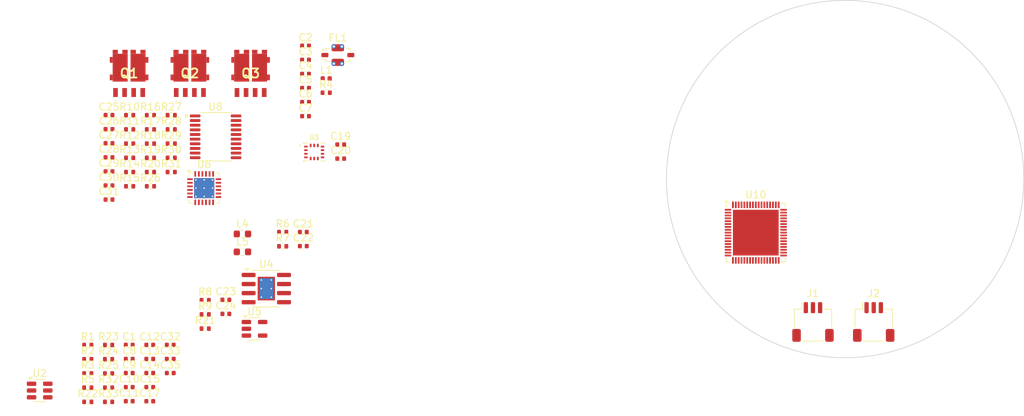
<source format=kicad_pcb>
(kicad_pcb (version 20241229) (generator "pcbnew") (generator_version "9.0")
  (layers (0 "F.Cu" signal) (2 "B.Cu" signal) (13 "F.Paste" user) (15 "B.Paste" user) (5 "F.SilkS" user "F.Silkscreen") (7 "B.SilkS" user "B.Silkscreen") (1 "F.Mask" user) (3 "B.Mask" user) (25 "Edge.Cuts" user))
  (net 0 "")
  (net 1 "/MCU/~{RST}")
  (net 2 "GND")
  (net 3 "/RF/RF")
  (net 4 "Net-(FL1-IN)")
  (net 5 "Net-(C4-Pad1)")
  (net 6 "Net-(FL1-OUT)")
  (net 7 "Net-(AE1-A)")
  (net 8 "+BATT")
  (net 9 "+3V3")
  (net 10 "Net-(D1-A)")
  (net 11 "-BATT")
  (net 12 "Net-(BT1-+)")
  (net 13 "Net-(U5-EN)")
  (net 14 "/Motor/A")
  (net 15 "Net-(U6-BOOT1)")
  (net 16 "/Motor/SHS3")
  (net 17 "Net-(U6-BOOT3)")
  (net 18 "Net-(U6-BOOT2)")
  (net 19 "/Motor/SHS2")
  (net 20 "VS")
  (net 21 "Net-(U6-CP)")
  (net 22 "Net-(U10-VFBSMPS)")
  (net 23 "Net-(U10-VDDA)")
  (net 24 "/MCU/SWDCLK")
  (net 25 "/MCU/SWDIO")
  (net 26 "/MCU/UART_TX")
  (net 27 "/MCU/UART_RX")
  (net 28 "Net-(U10-VLXSMPS)")
  (net 29 "Net-(Q1B-G)")
  (net 30 "Net-(Q1A-G)")
  (net 31 "Net-(Q1B-S)")
  (net 32 "Net-(Q2B-G)")
  (net 33 "Net-(Q2B-S)")
  (net 34 "Net-(Q2A-G)")
  (net 35 "Net-(Q3B-S)")
  (net 36 "Net-(Q3B-G)")
  (net 37 "Net-(Q3A-G)")
  (net 38 "Net-(U10-PA1)")
  (net 39 "+2V5")
  (net 40 "VBUS")
  (net 41 "Net-(J3-CC1)")
  (net 42 "/MCU/BOOT0")
  (net 43 "Net-(U4-PROG)")
  (net 44 "Net-(D2-K)")
  (net 45 "Net-(U4-~{CHRG})")
  (net 46 "Net-(D1-K)")
  (net 47 "Net-(U4-~{STDBY})")
  (net 48 "/Motor/GLS1")
  (net 49 "Net-(U6-SCREF)")
  (net 50 "/Motor/SNS2_P")
  (net 51 "/Motor/SNS3_P")
  (net 52 "/Motor/SNS1_P")
  (net 53 "/Motor/~{FAULT}")
  (net 54 "/Motor/GHS1")
  (net 55 "Net-(U7-+)")
  (net 56 "VDDA")
  (net 57 "Net-(U10-PA0)")
  (net 58 "Net-(U10-PA13)")
  (net 59 "Net-(U10-PA14)")
  (net 60 "Net-(U10-PA2)")
  (net 61 "Net-(U10-PA3)")
  (net 62 "/MCU/MCU_D+")
  (net 63 "Net-(J3-D+-PadA6)")
  (net 64 "Net-(J3-D--PadA7)")
  (net 65 "/MCU/MCU_D-")
  (net 68 "/IMU/CS")
  (net 70 "/IMU/SCK")
  (net 72 "/IMU/MOSI")
  (net 73 "/IMU/MISO")
  (net 74 "/IMU/INT2")
  (net 75 "/IMU/INT1")
  (net 76 "Net-(U4-TEMP)")
  (net 78 "/Motor/TIM1_CH2N")
  (net 79 "/Motor/TIM1_CH1")
  (net 80 "/Motor/TIM1_CH3N")
  (net 81 "/Motor/GLS2")
  (net 82 "/Motor/TIM1_CH3")
  (net 83 "/Motor/GHS3")
  (net 84 "/Motor/TIM1_CH2")
  (net 85 "/Motor/GHS2")
  (net 86 "/Motor/GLS3")
  (net 87 "/Motor/TIM1_CH1N")
  (net 88 "/Battery/CURRENT_SENSE_SYSTEM")
  (net 89 "/Motor/SENSE_1")
  (net 90 "/Motor/VREF")
  (net 91 "/MCU/RF")
  (net 92 "/MCU/CURRENT_SENSE_MOTOR_3")
  (net 94 "/MCU/TIM1_CH1N")
  (net 96 "/MCU/CURRENT_SENSE_SYSTEM")
  (net 104 "/MCU/OSC_OUT")
  (net 107 "/MCU/TIM1_CH3")
  (net 109 "/MCU/IMU_MOSI")
  (net 111 "/MCU/CURRENT_SENSE_MOTOR_2")
  (net 114 "/MCU/OSC_IN")
  (net 115 "/MCU/TIM1_CH2")
  (net 118 "/MCU/TIM1_CH1")
  (net 121 "/MCU/IMU_SCK")
  (net 126 "/MCU/TIM1_CH2N")
  (net 129 "/MCU/CURRENT_SENSE_MOTOR_1")
  (net 130 "/MCU/IMU_CS")
  (net 132 "/MCU/TIM1_CH3N")
  (net 134 "/MCU/IMU_MISO")
  (footprint "Capacitor_SMD:C_0402_1005Metric" (layer "F.Cu") (at 55.57 125.18)
    (property "Reference" "C33" (at 0 -1.16 0) (layer "F.SilkS"))
    (property "Value" "100nF")
    (pad "1" smd roundrect (at -0.48 0) (size 0.56 0.62) (layers "F.Cu" "F.Mask" "F.Paste") (net 2 "GND"))
    (pad "2" smd roundrect (at 0.48 0) (size 0.56 0.62) (layers "F.Cu" "F.Mask" "F.Paste") (net 9 "+3V3"))
  )
  (footprint "Package_TO_SOT_SMD:SOT-23-5" (layer "F.Cu") (at 67.36 120.955)
    (property "Reference" "U5" (at 0 -2.4 0) (layer "F.SilkS"))
    (property "Value" "AP2112K-3.3")
    (pad "1" smd roundrect (at -1.1375 -0.95) (size 1.325 0.6) (layers "F.Cu" "F.Mask" "F.Paste") (net 13 "Net-(U5-EN)"))
    (pad "2" smd roundrect (at -1.1375 0) (size 1.325 0.6) (layers "F.Cu" "F.Mask" "F.Paste") (net 2 "GND"))
    (pad "3" smd roundrect (at -1.1375 0.95) (size 1.325 0.6) (layers "F.Cu" "F.Mask" "F.Paste") (net 13 "Net-(U5-EN)"))
    (pad "4" smd roundrect (at 1.1375 0.95) (size 1.325 0.6) (layers "F.Cu" "F.Mask" "F.Paste"))
    (pad "5" smd roundrect (at 1.1375 -0.95) (size 1.325 0.6) (layers "F.Cu" "F.Mask" "F.Paste") (net 9 "+3V3"))
  )
  (footprint "Capacitor_SMD:C_0402_1005Metric" (layer "F.Cu") (at 63.35 118.87)
    (property "Reference" "C24" (at 0 -1.16 0) (layer "F.SilkS"))
    (property "Value" "1uF")
    (pad "1" smd roundrect (at -0.48 0) (size 0.56 0.62) (layers "F.Cu" "F.Mask" "F.Paste") (net 9 "+3V3"))
    (pad "2" smd roundrect (at 0.48 0) (size 0.56 0.62) (layers "F.Cu" "F.Mask" "F.Paste") (net 2 "GND"))
  )
  (footprint "Capacitor_SMD:C_0402_1005Metric" (layer "F.Cu") (at 74.4975 91.205)
    (property "Reference" "C7" (at 0 -1.16 0) (layer "F.SilkS"))
    (property "Value" "~")
    (pad "1" smd roundrect (at -0.48 0) (size 0.56 0.62) (layers "F.Cu" "F.Mask" "F.Paste") (net 5 "Net-(C4-Pad1)"))
    (pad "2" smd roundrect (at 0.48 0) (size 0.56 0.62) (layers "F.Cu" "F.Mask" "F.Paste") (net 2 "GND"))
  )
  (footprint "Resistor_SMD:R_0402_1005Metric" (layer "F.Cu") (at 52.7975 97.035)
    (property "Reference" "R19" (at 0 -1.17 0) (layer "F.SilkS"))
    (property "Value" "12.5mΩ")
    (pad "1" smd roundrect (at -0.51 0) (size 0.54 0.64) (layers "F.Cu" "F.Mask" "F.Paste") (net 2 "GND"))
    (pad "2" smd roundrect (at 0.51 0) (size 0.54 0.64) (layers "F.Cu" "F.Mask" "F.Paste") (net 33 "Net-(Q2B-S)"))
  )
  (footprint "Resistor_SMD:R_0402_1005Metric" (layer "F.Cu") (at 55.7075 91.065)
    (property "Reference" "R27" (at 0 -1.17 0) (layer "F.SilkS"))
    (property "Value" "27Ω")
    (pad "1" smd roundrect (at -0.51 0) (size 0.54 0.64) (layers "F.Cu" "F.Mask" "F.Paste") (net 48 "/Motor/GLS1"))
    (pad "2" smd roundrect (at 0.51 0) (size 0.54 0.64) (layers "F.Cu" "F.Mask" "F.Paste") (net 29 "Net-(Q1B-G)"))
  )
  (footprint "Connector_JST:JST_SH_SM03B-SRSS-TB_1x03-1MP_P1.00mm_Horizontal" (layer "F.Cu") (at 154 120)
    (property "Reference" "J2" (at 0 -3.98 0) (layer "F.SilkS"))
    (property "Value" "UART")
    (pad "1" smd roundrect (at -1 -2) (size 0.6 1.55) (layers "F.Cu" "F.Mask" "F.Paste") (net 27 "/MCU/UART_RX"))
    (pad "2" smd roundrect (at 0 -2) (size 0.6 1.55) (layers "F.Cu" "F.Mask" "F.Paste") (net 2 "GND"))
    (pad "3" smd roundrect (at 1 -2) (size 0.6 1.55) (layers "F.Cu" "F.Mask" "F.Paste") (net 26 "/MCU/UART_TX"))
    (pad "MP" smd roundrect (at -2.3 1.875) (size 1.2 1.8) (layers "F.Cu" "F.Mask" "F.Paste") (roundrect_rratio 0.208333))
    (pad "MP" smd roundrect (at 2.3 1.875) (size 1.2 1.8) (layers "F.Cu" "F.Mask" "F.Paste") (roundrect_rratio 0.208333))
  )
  (footprint "Resistor_SMD:R_0402_1005Metric" (layer "F.Cu") (at 71.2975 107.425)
    (property "Reference" "R6" (at 0 -1.17 0) (layer "F.SilkS"))
    (property "Value" "2.2kΩ")
    (pad "1" smd roundrect (at -0.51 0) (size 0.54 0.64) (layers "F.Cu" "F.Mask" "F.Paste") (net 2 "GND"))
    (pad "2" smd roundrect (at 0.51 0) (size 0.54 0.64) (layers "F.Cu" "F.Mask" "F.Paste") (net 43 "Net-(U4-PROG)"))
  )
  (footprint "Capacitor_SMD:C_0402_1005Metric" (layer "F.Cu") (at 52.7 127.15)
    (property "Reference" "C14" (at 0 -1.16 0) (layer "F.SilkS"))
    (property "Value" "100nF")
    (pad "1" smd roundrect (at -0.48 0) (size 0.56 0.62) (layers "F.Cu" "F.Mask" "F.Paste") (net 9 "+3V3"))
    (pad "2" smd roundrect (at 0.48 0) (size 0.56 0.62) (layers "F.Cu" "F.Mask" "F.Paste") (net 2 "GND"))
  )
  (footprint "Capacitor_SMD:C_0402_1005Metric" (layer "F.Cu") (at 74.4975 87.265)
    (property "Reference" "C5" (at 0 -1.16 0) (layer "F.SilkS"))
    (property "Value" "0.2pF")
    (pad "1" smd roundrect (at -0.48 0) (size 0.56 0.62) (layers "F.Cu" "F.Mask" "F.Paste") (net 7 "Net-(AE1-A)"))
    (pad "2" smd roundrect (at 0.48 0) (size 0.56 0.62) (layers "F.Cu" "F.Mask" "F.Paste") (net 2 "GND"))
  )
  (footprint "Resistor_SMD:R_0402_1005Metric" (layer "F.Cu") (at 52.7975 93.055)
    (property "Reference" "R17" (at 0 -1.17 0) (layer "F.SilkS"))
    (property "Value" "27Ω")
    (pad "1" smd roundrect (at -0.51 0) (size 0.54 0.64) (layers "F.Cu" "F.Mask" "F.Paste") (net 54 "/Motor/GHS1"))
    (pad "2" smd roundrect (at 0.51 0) (size 0.54 0.64) (layers "F.Cu" "F.Mask" "F.Paste") (net 34 "Net-(Q2A-G)"))
  )
  (footprint "Resistor_SMD:R_0402_1005Metric" (layer "F.Cu") (at 44.03 127.2)
    (property "Reference" "R3" (at 0 -1.17 0) (layer "F.SilkS"))
    (property "Value" "56kΩ")
    (pad "1" smd roundrect (at -0.51 0) (size 0.54 0.64) (layers "F.Cu" "F.Mask" "F.Paste") (net 41 "Net-(J3-CC1)"))
    (pad "2" smd roundrect (at 0.51 0) (size 0.54 0.64) (layers "F.Cu" "F.Mask" "F.Paste") (net 40 "VBUS"))
  )
  (footprint "Package_SO:TSSOP-20_4.4x6.5mm_P0.65mm" (layer "F.Cu") (at 61.9125 94.095)
    (property "Reference" "U8" (at 0 -4.2 0) (layer "F.SilkS"))
    (property "Value" "INA4181A1")
    (pad "1" smd roundrect (at -2.8625 -2.925) (size 1.475 0.4) (layers "F.Cu" "F.Mask" "F.Paste") (net 90 "/Motor/VREF"))
    (pad "2" smd roundrect (at -2.8625 -2.275) (size 1.475 0.4) (layers "F.Cu" "F.Mask" "F.Paste") (net 89 "/Motor/SENSE_1"))
    (pad "3" smd roundrect (at -2.8625 -1.625) (size 1.475 0.4) (layers "F.Cu" "F.Mask" "F.Paste") (net 2 "GND"))
    (pad "4" smd roundrect (at -2.8625 -0.975) (size 1.475 0.4) (layers "F.Cu" "F.Mask" "F.Paste") (net 33 "Net-(Q2B-S)"))
    (pad "5" smd roundrect (at -2.8625 -0.325) (size 1.475 0.4) (layers "F.Cu" "F.Mask" "F.Paste") (net 9 "+3V3"))
    (pad "6" smd roundrect (at -2.8625 0.325) (size 1.475 0.4) (layers "F.Cu" "F.Mask" "F.Paste") (net 31 "Net-(Q1B-S)"))
    (pad "7" smd roundrect (at -2.8625 0.975) (size 1.475 0.4) (layers "F.Cu" "F.Mask" "F.Paste") (net 2 "GND"))
    (pad "8" smd roundrect (at -2.8625 1.625) (size 1.475 0.4) (layers "F.Cu" "F.Mask" "F.Paste") (net 89 "/Motor/SENSE_1"))
    (pad "9" smd roundrect (at -2.8625 2.275) (size 1.475 0.4) (layers "F.Cu" "F.Mask" "F.Paste") (net 90 "/Motor/VREF"))
    (pad "10" smd roundrect (at -2.8625 2.925) (size 1.475 0.4) (layers "F.Cu" "F.Mask" "F.Paste"))
    (pad "11" smd roundrect (at 2.8625 2.925) (size 1.475 0.4) (layers "F.Cu" "F.Mask" "F.Paste"))
    (pad "12" smd roundrect (at 2.8625 2.275) (size 1.475 0.4) (layers "F.Cu" "F.Mask" "F.Paste") (net 90 "/Motor/VREF"))
    (pad "13" smd roundrect (at 2.8625 1.625) (size 1.475 0.4) (layers "F.Cu" "F.Mask" "F.Paste") (net 89 "/Motor/SENSE_1"))
    (pad "14" smd roundrect (at 2.8625 0.975) (size 1.475 0.4) (layers "F.Cu" "F.Mask" "F.Paste") (net 2 "GND"))
    (pad "15" smd roundrect (at 2.8625 0.325) (size 1.475 0.4) (layers "F.Cu" "F.Mask" "F.Paste") (net 35 "Net-(Q3B-S)"))
    (pad "16" smd roundrect (at 2.8625 -0.325) (size 1.475 0.4) (layers "F.Cu" "F.Mask" "F.Paste") (net 2 "GND"))
    (pad "17" smd roundrect (at 2.8625 -0.975) (size 1.475 0.4) (layers "F.Cu" "F.Mask" "F.Paste") (net 13 "Net-(U5-EN)"))
    (pad "18" smd roundrect (at 2.8625 -1.625) (size 1.475 0.4) (layers "F.Cu" "F.Mask" "F.Paste") (net 8 "+BATT"))
    (pad "19" smd roundrect (at 2.8625 -2.275) (size 1.475 0.4) (layers "F.Cu" "F.Mask" "F.Paste") (net 88 "/Battery/CURRENT_SENSE_SYSTEM"))
    (pad "20" smd roundrect (at 2.8625 -2.925) (size 1.475 0.4) (layers "F.Cu" "F.Mask" "F.Paste") (net 39 "+2V5"))
  )
  (footprint "Capacitor_SMD:C_0402_1005Metric" (layer "F.Cu") (at 79.4175 95.175)
    (property "Reference" "C19" (at 0 -1.16 0) (layer "F.SilkS"))
    (property "Value" "100nF")
    (pad "1" smd roundrect (at -0.48 0) (size 0.56 0.62) (layers "F.Cu" "F.Mask" "F.Paste") (net 9 "+3V3"))
    (pad "2" smd roundrect (at 0.48 0) (size 0.56 0.62) (layers "F.Cu" "F.Mask" "F.Paste") (net 2 "GND"))
  )
  (footprint "Capacitor_SMD:C_0402_1005Metric" (layer "F.Cu") (at 49.83 131.09)
    (property "Reference" "C11" (at 0 -1.16 0) (layer "F.SilkS"))
    (property "Value" "100nF")
    (pad "1" smd roundrect (at -0.48 0) (size 0.56 0.62) (layers "F.Cu" "F.Mask" "F.Paste") (net 9 "+3V3"))
    (pad "2" smd roundrect (at 0.48 0) (size 0.56 0.62) (layers "F.Cu" "F.Mask" "F.Paste") (net 2 "GND"))
  )
  (footprint "Resistor_SMD:R_0402_1005Metric" (layer "F.Cu") (at 55.7075 95.045)
    (property "Reference" "R29" (at 0 -1.17 0) (layer "F.SilkS"))
    (property "Value" "27Ω")
    (pad "1" smd roundrect (at -0.51 0) (size 0.54 0.64) (layers "F.Cu" "F.Mask" "F.Paste") (net 54 "/Motor/GHS1"))
    (pad "2" smd roundrect (at 0.51 0) (size 0.54 0.64) (layers "F.Cu" "F.Mask" "F.Paste") (net 37 "Net-(Q3A-G)"))
  )
  (footprint "Filter:Filter_Mini-Circuits_FV1206-4" (layer "F.Cu") (at 79.0175 82.655)
    (property "Reference" "FL1" (at 0 -2.4 0) (layer "F.SilkS"))
    (property "Value" "BFCN-2450")
    (pad "1" smd roundrect (at -1.815 0) (size 0.99 0.61) (layers "F.Cu" "F.Mask" "F.Paste") (net 4 "Net-(FL1-IN)"))
    (pad "2" thru_hole circle (at -0.56 1.195) (size 0.63 0.63) (drill 0.3) (layers "*.Cu" "*.Mask") (net 2 "GND"))
    (pad "2" smd roundrect (at 0 1.015) (size 1.75 0.99) (layers "F.Cu" "F.Mask" "F.Paste") (net 2 "GND"))
    (pad "2" thru_hole circle (at 0.56 1.195) (size 0.63 0.63) (drill 0.3) (layers "*.Cu" "*.Mask") (net 2 "GND"))
    (pad "3" smd roundrect (at 1.815 0) (size 0.99 0.61) (layers "F.Cu" "F.Mask" "F.Paste") (net 6 "Net-(FL1-OUT)"))
    (pad "4" thru_hole circle (at -0.56 -1.195) (size 0.63 0.63) (drill 0.3) (layers "*.Cu" "*.Mask") (net 2 "GND"))
    (pad "4" smd roundrect (at 0 -1.015) (size 1.75 0.99) (layers "F.Cu" "F.Mask" "F.Paste") (net 2 "GND"))
    (pad "4" thru_hole circle (at 0.56 -1.195) (size 0.63 0.63) (drill 0.3) (layers "*.Cu" "*.Mask") (net 2 "GND"))
  )
  (footprint "Capacitor_SMD:C_0402_1005Metric" (layer "F.Cu") (at 46.9975 94.995)
    (property "Reference" "C27" (at 0 -1.16 0) (layer "F.SilkS"))
    (property "Value" "100nF")
    (pad "1" smd roundrect (at -0.48 0) (size 0.56 0.62) (layers "F.Cu" "F.Mask" "F.Paste") (net 18 "Net-(U6-BOOT2)"))
    (pad "2" smd roundrect (at 0.48 0) (size 0.56 0.62) (layers "F.Cu" "F.Mask" "F.Paste") (net 19 "/Motor/SHS2"))
  )
  (footprint "Capacitor_SMD:C_0402_1005Metric" (layer "F.Cu") (at 55.57 127.15)
    (property "Reference" "C35" (at 0 -1.16 0) (layer "F.SilkS"))
    (property "Value" "100nF")
    (pad "1" smd roundrect (at -0.48 0) (size 0.56 0.62) (layers "F.Cu" "F.Mask" "F.Paste") (net 23 "Net-(U10-VDDA)"))
    (pad "2" smd roundrect (at 0.48 0) (size 0.56 0.62) (layers "F.Cu" "F.Mask" "F.Paste") (net 2 "GND"))
  )
  (footprint "Resistor_SMD:R_0402_1005Metric" (layer "F.Cu") (at 46.94 125.21)
    (property "Reference" "R24" (at 0 -1.17 0) (layer "F.SilkS"))
    (property "Value" "100Ω")
    (pad "1" smd roundrect (at -0.51 0) (size 0.54 0.64) (layers "F.Cu" "F.Mask" "F.Paste") (net 59 "Net-(U10-PA14)"))
    (pad "2" smd roundrect (at 0.51 0) (size 0.54 0.64) (layers "F.Cu" "F.Mask" "F.Paste") (net 24 "/MCU/SWDCLK"))
  )
  (footprint "Resistor_SMD:R_0402_1005Metric" (layer "F.Cu") (at 60.46 120.93)
    (property "Reference" "R21" (at 0 -1.17 0) (layer "F.SilkS"))
    (property "Value" "125mΩ")
    (pad "1" smd roundrect (at -0.51 0) (size 0.54 0.64) (layers "F.Cu" "F.Mask" "F.Paste") (net 13 "Net-(U5-EN)"))
    (pad "2" smd roundrect (at 0.51 0) (size 0.54 0.64) (layers "F.Cu" "F.Mask" "F.Paste") (net 8 "+BATT"))
  )
  (footprint "Resistor_SMD:R_0402_1005Metric" (layer "F.Cu") (at 49.8875 99.025)
    (property "Reference" "R14" (at 0 -1.17 0) (layer "F.SilkS"))
    (property "Value" "kΩ")
    (pad "1" smd roundrect (at -0.51 0) (size 0.54 0.64) (layers "F.Cu" "F.Mask" "F.Paste") (net 51 "/Motor/SNS3_P"))
    (pad "2" smd roundrect (at 0.51 0) (size 0.54 0.64) (layers "F.Cu" "F.Mask" "F.Paste") (net 21 "Net-(U6-CP)"))
  )
  (footprint "Capacitor_SMD:C_0402_1005Metric" (layer "F.Cu") (at 46.9975 93.025)
    (property "Reference" "C26" (at 0 -1.16 0) (layer "F.SilkS"))
    (property "Value" "100nF")
    (pad "1" smd roundrect (at -0.48 0) (size 0.56 0.62) (layers "F.Cu" "F.Mask" "F.Paste") (net 17 "Net-(U6-BOOT3)"))
    (pad "2" smd roundrect (at 0.48 0) (size 0.56 0.62) (layers "F.Cu" "F.Mask" "F.Paste") (net 16 "/Motor/SHS3"))
  )
  (footprint "Resistor_SMD:R_0402_1005Metric" (layer "F.Cu") (at 44.03 123.22)
    (property "Reference" "R1" (at 0 -1.17 0) (layer "F.SilkS"))
    (property "Value" "18kΩ")
    (pad "1" smd roundrect (at -0.51 0) (size 0.54 0.64) (layers "F.Cu" "F.Mask" "F.Paste") (net 2 "GND"))
    (pad "2" smd roundrect (at 0.51 0) (size 0.54 0.64) (layers "F.Cu" "F.Mask" "F.Paste") (net 38 "Net-(U10-PA1)"))
  )
  (footprint "Resistor_SMD:R_0402_1005Metric" (layer "F.Cu") (at 52.7975 101.015)
    (property "Reference" "R26" (at 0 -1.17 0) (layer "F.SilkS"))
    (property "Value" "27Ω")
    (pad "1" smd roundrect (at -0.51 0) (size 0.54 0.64) (layers "F.Cu" "F.Mask" "F.Paste") (net 54 "/Motor/GHS1"))
    (pad "2" smd roundrect (at 0.51 0) (size 0.54 0.64) (layers "F.Cu" "F.Mask" "F.Paste") (net 30 "Net-(Q1A-G)"))
  )
  (footprint "Package_SO:SOIC-8-1EP_3.9x4.9mm_P1.27mm_EP2.41x3.3mm_ThermalVias" (layer "F.Cu") (at 69.01 115.33)
    (property "Reference" "U4" (at 0 -3.4 0) (layer "F.SilkS"))
    (property "Value" "TP4056-42-ESOP8")
    (pad "1" smd roundrect (at -2.475 -1.905) (size 1.95 0.6) (layers "F.Cu" "F.Mask" "F.Paste") (net 76 "Net-(U4-TEMP)"))
    (pad "2" smd roundrect (at -2.475 -0.635) (size 1.95 0.6) (layers "F.Cu" "F.Mask" "F.Paste") (net 43 "Net-(U4-PROG)"))
    (pad "3" smd roundrect (at -2.475 0.635) (size 1.95 0.6) (layers "F.Cu" "F.Mask" "F.Paste") (net 2 "GND"))
    (pad "4" smd roundrect (at -2.475 1.905) (size 1.95 0.6) (layers "F.Cu" "F.Mask" "F.Paste") (net 10 "Net-(D1-A)"))
    (pad "5" smd roundrect (at 2.475 1.905) (size 1.95 0.6) (layers "F.Cu" "F.Mask" "F.Paste") (net 12 "Net-(BT1-+)"))
    (pad "6" smd roundrect (at 2.475 0.635) (size 1.95 0.6) (layers "F.Cu" "F.Mask" "F.Paste") (net 47 "Net-(U4-~{STDBY})"))
    (pad "7" smd roundrect (at 2.475 -0.635) (size 1.95 0.6) (layers "F.Cu" "F.Mask" "F.Paste") (net 45 "Net-(U4-~{CHRG})"))
    (pad "8" smd roundrect (at 2.475 -1.905) (size 1.95 0.6) (layers "F.Cu" "F.Mask" "F.Paste") (net 10 "Net-(D1-A)"))
    (pad "9" thru_hole circle (at -0.7 -1.2) (size 0.5 0.5) (drill 0.2) (property pad_prop_heatsink) (layers "*.Cu") (net 2 "GND"))
    (pad "9" thru_hole circle (at -0.7 0) (size 0.5 0.5) (drill 0.2) (property pad_prop_heatsink) (layers "*.Cu") (net 2 "GND"))
    (pad "9" thru_hole circle (at -0.7 1.2) (size 0.5 0.5) (drill 0.2) (property pad_prop_heatsink) (layers "*.Cu") (net 2 "GND"))
    (pad "9" smd rect (at 0 0) (size 1.9 2.9) (property pad_prop_heatsink) (layers "B.Cu") (net 2 "GND"))
    (pad "9" smd rect (at 0 0) (size 2.41 3.3) (property pad_prop_heatsink) (layers "F.Cu" "F.Mask") (net 2 "GND"))
    (pad "9" thru_hole circle (at 0.7 -1.2) (size 0.5 0.5) (drill 0.2) (property pad_prop_heatsink) (layers "*.Cu") (net 2 "GND"))
    (pad "9" thru_hole circle (at 0.7 0) (size 0.5 0.5) (drill 0.2) (property pad_prop_heatsink) (layers "*.Cu") (net 2 "GND"))
    (pad "9" thru_hole circle (at 0.7 1.2) (size 0.5 0.5) (drill 0.2) (property pad_prop_heatsink) (layers "*.Cu") (net 2 "GND"))
  )
  (footprint "Resistor_SMD:R_0402_1005Metric" (layer "F.Cu") (at 49.8875 97.035)
    (property "Reference" "R13" (at 0 -1.17 0) (layer "F.SilkS"))
    (property "Value" "kΩ")
    (pad "1" smd roundrect (at -0.51 0) (size 0.54 0.64) (layers "F.Cu" "F.Mask" "F.Paste") (net 50 "/Motor/SNS2_P"))
    (pad "2" smd roundrect (at 0.51 0) (size 0.54 0.64) (layers "F.Cu" "F.Mask" "F.Paste") (net 21 "Net-(U6-CP)"))
  )
  (footprint "Resistor_SMD:R_0402_1005Metric" (layer "F.Cu") (at 49.8875 93.055)
    (property "Reference" "R11" (at 0 -1.17 0) (layer "F.SilkS"))
    (property "Value" "10kΩ")
    (pad "1" smd roundrect (at -0.51 0) (size 0.54 0.64) (layers "F.Cu" "F.Mask" "F.Paste") (net 49 "Net-(U6-SCREF)"))
    (pad "2" smd roundrect (at 0.51 0) (size 0.54 0.64) (layers "F.Cu" "F.Mask" "F.Paste") (net 9 "+3V3"))
  )
  (footprint "Capacitor_SMD:C_0402_1005Metric" (layer "F.Cu") (at 63.35 116.9)
    (property "Reference" "C23" (at 0 -1.16 0) (layer "F.SilkS"))
    (property "Value" "1uF")
    (pad "1" smd roundrect (at -0.48 0) (size 0.56 0.62) (layers "F.Cu" "F.Mask" "F.Paste") (net 13 "Net-(U5-EN)"))
    (pad "2" smd roundrect (at 0.48 0) (size 0.56 0.62) (layers "F.Cu" "F.Mask" "F.Paste") (net 2 "GND"))
  )
  (footprint "Inductor_SMD:L_0603_1608Metric" (layer "F.Cu") (at 65.6675 107.685)
    (property "Reference" "L4" (at 0 -1.43 0) (layer "F.SilkS"))
    (property "Value" "10uH")
    (pad "1" smd roundrect (at -0.7875 0) (size 0.875 0.95) (layers "F.Cu" "F.Mask" "F.Paste") (net 28 "Net-(U10-VLXSMPS)"))
    (pad "2" smd roundrect (at 0.7875 0) (size 0.875 0.95) (layers "F.Cu" "F.Mask" "F.Paste") (net 22 "Net-(U10-VFBSMPS)"))
  )
  (footprint "Capacitor_SMD:C_0402_1005Metric" (layer "F.Cu") (at 74.4975 81.355)
    (property "Reference" "C2" (at 0 -1.16 0) (layer "F.SilkS"))
    (property "Value" "0.8pF")
    (pad "1" smd roundrect (at -0.48 0) (size 0.56 0.62) (layers "F.Cu" "F.Mask" "F.Paste") (net 3 "/RF/RF"))
    (pad "2" smd roundrect (at 0.48 0) (size 0.56 0.62) (layers "F.Cu" "F.Mask" "F.Paste") (net 2 "GND"))
  )
  (footprint "Resistor_SMD:R_0402_1005Metric" (layer "F.Cu") (at 49.8875 91.065)
    (property "Reference" "R10" (at 0 -1.17 0) (layer "F.SilkS"))
    (property "Value" "27Ω")
    (pad "1" smd roundrect (at -0.51 0) (size 0.54 0.64) (layers "F.Cu" "F.Mask" "F.Paste") (net 48 "/Motor/GLS1"))
    (pad "2" smd roundrect (at 0.51 0) (size 0.54 0.64) (layers "F.Cu" "F.Mask" "F.Paste") (net 32 "Net-(Q2B-G)"))
  )
  (footprint "Resistor_SMD:R_0402_1005Metric" (layer "F.Cu") (at 52.7975 99.025)
    (property "Reference" "R20" (at 0 -1.17 0) (layer "F.SilkS"))
    (property "Value" "10kΩ")
    (pad "1" smd roundrect (at -0.51 0) (size 0.54 0.64) (layers "F.Cu" "F.Mask" "F.Paste") (net 2 "GND"))
    (pad "2" smd roundrect (at 0.51 0) (size 0.54 0.64) (layers "F.Cu" "F.Mask" "F.Paste") (net 55 "Net-(U7-+)"))
  )
  (footprint "Resistor_SMD:R_0402_1005Metric" (layer "F.Cu") (at 77.3875 87.925)
    (property "Reference" "R4" (at 0 -1.17 0) (layer "F.SilkS"))
    (property "Value" "0Ω")
    (pad "1" smd roundrect (at -0.51 0) (size 0.54 0.64) (layers "F.Cu" "F.Mask" "F.Paste") (net 5 "Net-(C4-Pad1)"))
    (pad "2" smd roundrect (at 0.51 0) (size 0.54 0.64) (layers "F.Cu" "F.Mask" "F.Paste") (net 7 "Net-(AE1-A)"))
  )
  (footprint "Capacitor_SMD:C_0402_1005Metric" (layer "F.Cu") (at 74.4975 85.295)
    (property "Reference" "C4" (at 0 -1.16 0) (layer "F.SilkS"))
    (property "Value" "0.4pF")
    (pad "1" smd roundrect (at -0.48 0) (size 0.56 0.62) (layers "F.Cu" "F.Mask" "F.Paste") (net 5 "Net-(C4-Pad1)"))
    (pad "2" smd roundrect (at 0.48 0) (size 0.56 0.62) (layers "F.Cu" "F.Mask" "F.Paste") (net 6 "Net-(FL1-OUT)"))
  )
  (footprint "Capacitor_SMD:C_0402_1005Metric" (layer "F.Cu") (at 49.83 129.12)
    (property "Reference" "C10" (at 0 -1.16 0) (layer "F.SilkS"))
    (property "Value" "100nF")
    (pad "1" smd roundrect (at -0.48 0) (size 0.56 0.62) (layers "F.Cu" "F.Mask" "F.Paste") (net 9 "+3V3"))
    (pad "2" smd roundrect (at 0.48 0) (size 0.56 0.62) (layers "F.Cu" "F.Mask" "F.Paste") (net 2 "GND"))
  )
  (footprint "Capacitor_SMD:C_0402_1005Metric" (layer "F.Cu") (at 55.57 123.21)
    (property "Reference" "C32" (at 0 -1.16 0) (layer "F.SilkS"))
    (property "Value" "4.7uF")
    (pad "1" smd roundrect (at -0.48 0) (size 0.56 0.62) (layers "F.Cu" "F.Mask" "F.Paste") (net 22 "Net-(U10-VFBSMPS)"))
    (pad "2" smd roundrect (at 0.48 0) (size 0.56 0.62) (layers "F.Cu" "F.Mask" "F.Paste") (net 2 "GND"))
  )
  (footprint "Capacitor_SMD:C_0402_1005Metric" (layer "F.Cu") (at 46.9975 96.965)
    (property "Reference" "C28" (at 0 -1.16 0) (layer "F.SilkS"))
    (property "Value" "100nF")
    (pad "1" smd roundrect (at -0.48 0) (size 0.56 0.62) (layers "F.Cu" "F.Mask" "F.Paste") (net 20 "VS"))
    (pad "2" smd roundrect (at 0.48 0) (size 0.56 0.62) (layers "F.Cu" "F.Mask" "F.Paste") (net 2 "GND"))
  )
  (footprint "Capacitor_SMD:C_0402_1005Metric" (layer "F.Cu") (at 52.7 125.18)
    (property "Reference" "C13" (at 0 -1.16 0) (layer "F.SilkS"))
    (property "Value" "100nF")
    (pad "1" smd roundrect (at -0.48 0) (size 0.56 0.62) (layers "F.Cu" "F.Mask" "F.Paste") (net 9 "+3V3"))
    (pad "2" smd roundrect (at 0.48 0) (size 0.56 0.62) (layers "F.Cu" "F.Mask" "F.Paste") (net 2 "GND"))
  )
  (footprint "Resistor_SMD:R_0402_1005Metric" (layer "F.Cu") (at 49.8875 101.015)
    (property "Reference" "R15" (at 0 -1.17 0) (layer "F.SilkS"))
    (property "Value" "kΩ")
    (pad "1" smd roundrect (at -0.51 0) (size 0.54 0.64) (layers "F.Cu" "F.Mask" "F.Paste") (net 52 "/Motor/SNS1_P"))
    (pad "2" smd roundrect (at 0.51 0) (size 0.54 0.64) (layers "F.Cu" "F.Mask" "F.Paste") (net 21 "Net-(U6-CP)"))
  )
  (footprint "Resistor_SMD:R_0402_1005Metric" (layer "F.Cu") (at 44.03 129.19)
    (property "Reference" "R5" (at 0 -1.17 0) (layer "F.SilkS"))
    (property "Value" "10kΩ")
    (pad "1" smd roundrect (at -0.51 0) (size 0.54 0.64) (layers "F.Cu" "F.Mask" "F.Paste") (net 2 "GND"))
    (pad "2" smd roundrect (at 0.51 0) (size 0.54 0.64) (layers "F.Cu" "F.Mask" "F.Paste") (net 42 "/MCU/BOOT0"))
  )
  (footprint "Inductor_SMD:L_0402_1005Metric" (layer "F.Cu") (at 77.3875 85.935)
    (property "Reference" "L1" (at 0 -1.17 0) (layer "F.SilkS"))
    (property "Value" "2.7nH")
    (pad "1" smd roundrect (at -0.485 0) (size 0.59 0.64) (layers "F.Cu" "F.Mask" "F.Paste") (net 3 "/RF/RF"))
    (pad "2" smd roundrect (at 0.485 0) (size 0.59 0.64) (layers "F.Cu" "F.Mask" "F.Paste") (net 4 "Net-(FL1-IN)"))
  )
  (footprint "Resistor_SMD:R_0402_1005Metric" (layer "F.Cu") (at 55.7075 93.055)
    (property "Reference" "R28" (at 0 -1.17 0) (layer "F.SilkS"))
    (property "Value" "12.5mΩ")
    (pad "1" smd roundrect (at -0.51 0) (size 0.54 0.64) (layers "F.Cu" "F.Mask" "F.Paste") (net 2 "GND"))
    (pad "2" smd roundrect (at 0.51 0) (size 0.54 0.64) (layers "F.Cu" "F.Mask" "F.Paste") (net 31 "Net-(Q1B-S)"))
  )
  (footprint "lib:STL40DN3LLH5" (layer "F.Cu") (at 66.8125 85.22)
    (property "Reference" "Q3" (at 0 0 0) (layer "F.SilkS") (effects (font (size 1.27 1.27) (thickness 0.254))))
    (property "Value" "STL40DN3LLH5" (hide yes))
    (pad "1" smd rect (at -1.905 2.675) (size 0.65 1.25) (layers "F.Cu" "F.Mask" "F.Paste") (net 14 "/Motor/A"))
    (pad "2" smd rect (at -0.635 2.675) (size 0.65 1.25) (layers "F.Cu" "F.Mask" "F.Paste") (net 37 "Net-(Q3A-G)"))
    (pad "3" smd rect (at 0.635 2.675) (size 0.65 1.25) (layers "F.Cu" "F.Mask" "F.Paste") (net 35 "Net-(Q3B-S)"))
    (pad "4" smd rect (at 1.905 2.675) (size 0.65 1.25) (layers "F.Cu" "F.Mask" "F.Paste") (net 36 "Net-(Q3B-G)"))
    (pad "5" smd rect (at 0.575 -3.025 90) (size 0.55 0.75) (layers "F.Cu" "F.Mask" "F.Paste") (net 14 "/Motor/A"))
    (pad "5" smd rect (at 1.25 -0.8) (size 2.1 3.9) (layers "F.Cu" "F.Mask" "F.Paste") (net 14 "/Motor/A"))
    (pad "5" smd rect (at 1.938 -3.025 90) (size 0.55 0.725) (layers "F.Cu" "F.Mask" "F.Paste") (net 14 "/Motor/A"))
    (pad "5" smd rect (at 2.5 -1.89) (size 0.4 0.8) (layers "F.Cu" "F.Mask" "F.Paste") (net 14 "/Motor/A"))
    (pad "5" smd rect (at 2.5 0.56) (size 0.4 0.8) (layers "F.Cu" "F.Mask" "F.Paste") (net 14 "/Motor/A"))
    (pad "6" smd rect (at -2.5 -1.89) (size 0.4 0.8) (layers "F.Cu" "F.Mask" "F.Paste") (net 8 "+BATT"))
    (pad "6" smd rect (at -2.5 0.56) (size 0.4 0.8) (layers "F.Cu" "F.Mask" "F.Paste") (net 8 "+BATT"))
    (pad "6" smd rect (at -1.937 -3.025 90) (size 0.55 0.725) (layers "F.Cu" "F.Mask" "F.Paste") (net 8 "+BATT"))
    (pad "6" smd rect (at -1.25 -0.8) (size 2.1 3.9) (layers "F.Cu" "F.Mask" "F.Paste") (net 8 "+BATT"))
    (pad "6" smd rect (at -0.575 -3.025 90) (size 0.55 0.75) (layers "F.Cu" "F.Mask" "F.Paste") (net 8 "+BATT"))
  )
  (footprint "Resistor_SMD:R_0402_1005Metric" (layer "F.Cu") (at 60.46 116.95)
    (property "Reference" "R8" (at 0 -1.17 0) (layer "F.SilkS"))
    (property "Value" "1kΩ")
    (pad "1" smd roundrect (at -0.51 0) (size 0.54 0.64) (layers "F.Cu" "F.Mask" "F.Paste") (net 47 "Net-(U4-~{STDBY})"))
    (pad "2" smd roundrect (at 0.51 0) (size 0.54 0.64) (layers "F.Cu" "F.Mask" "F.Paste") (net 46 "Net-(D1-K)"))
  )
  (footprint "lib:STL40DN3LLH5" (layer "F.Cu") (at 58.3125 85.22)
    (property "Reference" "Q2" (at 0 0 0) (layer "F.SilkS") (effects (font (size 1.27 1.27) (thickness 0.254))))
    (property "Value" "STL40DN3LLH5" (hide yes))
    (pad "1" smd rect (at -1.905 2.675) (size 0.65 1.25) (layers "F.Cu" "F.Mask" "F.Paste") (net 14 "/Motor/A"))
    (pad "2" smd rect (at -0.635 2.675) (size 0.65 1.25) (layers "F.Cu" "F.Mask" "F.Paste") (net 34 "Net-(Q2A-G)"))
    (pad "3" smd rect (at 0.635 2.675) (size 0.65 1.25) (layers "F.Cu" "F.Mask" "F.Paste") (net 33 "Net-(Q2B-S)"))
    (pad "4" smd rect (at 1.905 2.675) (size 0.65 1.25) (layers "F.Cu" "F.Mask" "F.Paste") (net 32 "Net-(Q2B-G)"))
    (pad "5" smd rect (at 0.575 -3.025 90) (size 0.55 0.75) (layers "F.Cu" "F.Mask" "F.Paste") (net 14 "/Motor/A"))
    (pad "5" smd rect (at 1.25 -0.8) (size 2.1 3.9) (layers "F.Cu" "F.Mask" "F.Paste") (net 14 "/Motor/A"))
    (pad "5" smd rect (at 1.938 -3.025 90) (size 0.55 0.725) (layers "F.Cu" "F.Mask" "F.Paste") (net 14 "/Motor/A"))
    (pad "5" smd rect (at 2.5 -1.89) (size 0.4 0.8) (layers "F.Cu" "F.Mask" "F.Paste") (net 14 "/Motor/A"))
    (pad "5" smd rect (at 2.5 0.56) (size 0.4 0.8) (layers "F.Cu" "F.Mask" "F.Paste") (net 14 "/Motor/A"))
    (pad "6" smd rect (at -2.5 -1.89) (size 0.4 0.8) (layers "F.Cu" "F.Mask" "F.Paste") (net 8 "+BATT"))
    (pad "6" smd rect (at -2.5 0.56) (size 0.4 0.8) (layers "F.Cu" "F.Mask" "F.Paste") (net 8 "+BATT"))
    (pad "6" smd rect (at -1.937 -3.025 90) (size 0.55 0.725) (layers "F.Cu" "F.Mask" "F.Paste") (net 8 "+BATT"))
    (pad "6" smd rect (at -1.25 -0.8) (size 2.1 3.9) (layers "F.Cu" "F.Mask" "F.Paste") (net 8 "+BATT"))
    (pad "6" smd rect (at -0.575 -3.025 90) (size 0.55 0.75) (layers "F.Cu" "F.Mask" "F.Paste") (net 8 "+BATT"))
  )
  (footprint "Capacitor_SMD:C_0402_1005Metric" (layer "F.Cu") (at 49.83 127.15)
    (property "Reference" "C9" (at 0 -1.16 0) (layer "F.SilkS"))
    (property "Value" "100nF")
    (pad "1" smd roundrect (at -0.48 0) (size 0.56 0.62) (layers "F.Cu" "F.Mask" "F.Paste") (net 9 "+3V3"))
    (pad "2" smd roundrect (at 0.48 0) (size 0.56 0.62) (layers "F.Cu" "F.Mask" "F.Paste") (net 2 "GND"))
  )
  (footprint "Connector_JST:JST_SH_SM03B-SRSS-TB_1x03-1MP_P1.00mm_Horizontal" (layer "F.Cu") (at 145.5 120)
    (property "Reference" "J1" (at 0 -3.98 0) (layer "F.SilkS"))
    (property "Value" "SWD")
    (pad "1" smd roundrect (at -1 -2) (size 0.6 1.55) (layers "F.Cu" "F.Mask" "F.Paste") (net 24 "/MCU/SWDCLK"))
    (pad "2" smd roundrect (at 0 -2) (size 0.6 1.55) (layers "F.Cu" "F.Mask" "F.Paste") (net 2 "GND"))
    (pad "3" smd roundrect (at 1 -2) (size 0.6 1.55) (layers "F.Cu" "F.Mask" "F.Paste") (net 25 "/MCU/SWDIO"))
    (pad "MP" smd roundrect (at -2.3 1.875) (size 1.2 1.8) (layers "F.Cu" "F.Mask" "F.Paste") (roundrect_rratio 0.208333))
    (pad "MP" smd roundrect (at 2.3 1.875) (size 1.2 1.8) (layers "F.Cu" "F.Mask" "F.Paste") (roundrect_rratio 0.208333))
  )
  (footprint "Resistor_SMD:R_0402_1005Metric" (layer "F.Cu") (at 60.46 118.94)
    (property "Reference" "R9" (at 0 -1.17 0) (layer "F.SilkS"))
    (property "Value" "0.4Ω")
    (pad "1" smd roundrect (at -0.51 0) (size 0.54 0.64) (layers "F.Cu" "F.Mask" "F.Paste") (net 10 "Net-(D1-A)"))
    (pad "2" smd roundrect (at 0.51 0) (size 0.54 0.64) (layers "F.Cu" "F.Mask" "F.Paste") (net 40 "VBUS"))
  )
  (footprint "Resistor_SMD:R_0402_1005Metric" (layer "F.Cu") (at 46.94 129.19)
    (property "Reference" "R32" (at 0 -1.17 0) (layer "F.SilkS"))
    (property "Value" "100Ω")
    (pad "1" smd roundrect (at -0.51 0) (size 0.54 0.64) (layers "F.Cu" "F.Mask" "F.Paste") (net 60 "Net-(U10-PA2)"))
    (pad "2" smd roundrect (at 0.51 0) (size 0.54 0.64) (layers "F.Cu" "F.Mask" "F.Paste") (net 26 "/MCU/UART_TX"))
  )
  (footprint "Package_DFN_QFN:QFN-68-1EP_8x8mm_P0.4mm_EP6.4x6.4mm" (layer "F.Cu") (at 137.5 107.5)
    (property "Reference" "U10" (at 0 -5.3 0) (layer "F.SilkS"))
    (property "Value" "STM32WB55RGVx")
    (pad "1" smd roundrect (at -3.8875 -3.2) (size 0.925 0.25) (layers "F.Cu" "F.Mask" "F.Paste") (net 9 "+3V3"))
    (pad "2" smd roundrect (at -3.8875 -2.8) (size 0.925 0.25) (layers "F.Cu" "F.Mask" "F.Paste"))
    (pad "3" smd roundrect (at -3.8875 -2.4) (size 0.925 0.25) (layers "F.Cu" "F.Mask" "F.Paste"))
    (pad "4" smd roundrect (at -3.8875 -2) (size 0.925 0.25) (layers "F.Cu" "F.Mask" "F.Paste"))
    (pad "5" smd roundrect (at -3.8875 -1.6) (size 0.925 0.25) (layers "F.Cu" "F.Mask" "F.Paste") (net 42 "/MCU/BOOT0"))
    (pad "6" smd roundrect (at -3.8875 -1.2) (size 0.925 0.25) (layers "F.Cu" "F.Mask" "F.Paste") (net 126 "/MCU/TIM1_CH2N"))
    (pad "7" smd roundrect (at -3.8875 -0.8) (size 0.925 0.25) (layers "F.Cu" "F.Mask" "F.Paste") (net 132 "/MCU/TIM1_CH3N"))
    (pad "8" smd roundrect (at -3.8875 -0.4) (size 0.925 0.25) (layers "F.Cu" "F.Mask" "F.Paste") (net 1 "/MCU/~{RST}"))
    (pad "9" smd roundrect (at -3.8875 0) (size 0.925 0.25) (layers "F.Cu" "F.Mask" "F.Paste") (net 96 "/MCU/CURRENT_SENSE_SYSTEM"))
    (pad "10" smd roundrect (at -3.8875 0.4) (size 0.925 0.25) (layers "F.Cu" "F.Mask" "F.Paste") (net 129 "/MCU/CURRENT_SENSE_MOTOR_1"))
    (pad "11" smd roundrect (at -3.8875 0.8) (size 0.925 0.25) (layers "F.Cu" "F.Mask" "F.Paste") (net 111 "/MCU/CURRENT_SENSE_MOTOR_2"))
    (pad "12" smd roundrect (at -3.8875 1.2) (size 0.925 0.25) (layers "F.Cu" "F.Mask" "F.Paste") (net 92 "/MCU/CURRENT_SENSE_MOTOR_3"))
    (pad "13" smd roundrect (at -3.8875 1.6) (size 0.925 0.25) (layers "F.Cu" "F.Mask" "F.Paste") (net 39 "+2V5"))
    (pad "14" smd roundrect (at -3.8875 2) (size 0.925 0.25) (layers "F.Cu" "F.Mask" "F.Paste") (net 23 "Net-(U10-VDDA)"))
    (pad "15" smd roundrect (at -3.8875 2.4) (size 0.925 0.25) (layers "F.Cu" "F.Mask" "F.Paste") (net 57 "Net-(U10-PA0)"))
    (pad "16" smd roundrect (at -3.8875 2.8) (size 0.925 0.25) (layers "F.Cu" "F.Mask" "F.Paste") (net 38 "Net-(U10-PA1)"))
    (pad "17" smd roundrect (at -3.8875 3.2) (size 0.925 0.25) (layers "F.Cu" "F.Mask" "F.Paste") (net 60 "Net-(U10-PA2)"))
    (pad "18" smd roundrect (at -3.2 3.8875) (size 0.25 0.925) (layers "F.Cu" "F.Mask" "F.Paste") (net 61 "Net-(U10-PA3)"))
    (pad "19" smd roundrect (at -2.8 3.8875) (size 0.25 0.925) (layers "F.Cu" "F.Mask" "F.Paste") (net 130 "/MCU/IMU_CS"))
    (pad "20" smd roundrect (at -2.4 3.8875) (size 0.25 0.925) (layers "F.Cu" "F.Mask" "F.Paste") (net 121 "/MCU/IMU_SCK"))
    (pad "21" smd roundrect (at -2 3.8875) (size 0.25 0.925) (layers "F.Cu" "F.Mask" "F.Paste") (net 134 "/MCU/IMU_MISO"))
    (pad "22" smd roundrect (at -1.6 3.8875) (size 0.25 0.925) (layers "F.Cu" "F.Mask" "F.Paste") (net 94 "/MCU/TIM1_CH1N"))
    (pad "23" smd roundrect (at -1.2 3.8875) (size 0.25 0.925) (layers "F.Cu" "F.Mask" "F.Paste") (net 118 "/MCU/TIM1_CH1"))
    (pad "24" smd roundrect (at -0.8 3.8875) (size 0.25 0.925) (layers "F.Cu" "F.Mask" "F.Paste") (net 115 "/MCU/TIM1_CH2"))
    (pad "25" smd roundrect (at -0.4 3.8875) (size 0.25 0.925) (layers "F.Cu" "F.Mask" "F.Paste"))
    (pad "26" smd roundrect (at 0 3.8875) (size 0.25 0.925) (layers "F.Cu" "F.Mask" "F.Paste"))
    (pad "27" smd roundrect (at 0.4 3.8875) (size 0.25 0.925) (layers "F.Cu" "F.Mask" "F.Paste"))
    (pad "28" smd roundrect (at 0.8 3.8875) (size 0.25 0.925) (layers "F.Cu" "F.Mask" "F.Paste"))
    (pad "29" smd roundrect (at 1.2 3.8875) (size 0.25 0.925) (layers "F.Cu" "F.Mask" "F.Paste"))
    (pad "30" smd roundrect (at 1.6 3.8875) (size 0.25 0.925) (layers "F.Cu" "F.Mask" "F.Paste") (net 9 "+3V3"))
    (pad "31" smd roundrect (at 2 3.8875) (size 0.25 0.925) (layers "F.Cu" "F.Mask" "F.Paste") (net 91 "/MCU/RF"))
    (pad "32" smd roundrect (at 2.4 3.8875) (size 0.25 0.925) (layers "F.Cu" "F.Mask" "F.Paste") (net 2 "GND"))
    (pad "33" smd roundrect (at 2.8 3.8875) (size 0.25 0.925) (layers "F.Cu" "F.Mask" "F.Paste") (net 9 "+3V3"))
    (pad "34" smd roundrect (at 3.2 3.8875) (size 0.25 0.925) (layers "F.Cu" "F.Mask" "F.Paste") (net 104 "/MCU/OSC_OUT"))
    (pad "35" smd roundrect (at 3.8875 3.2) (size 0.925 0.25) (layers "F.Cu" "F.Mask" "F.Paste") (net 114 "/MCU/OSC_IN"))
    (pad "36" smd roundrect (at 3.8875 2.8) (size 0.925 0.25) (layers "F.Cu" "F.Mask" "F.Paste"))
    (pad "37" smd roundrect (at 3.8875 2.4) (size 0.925 0.25) (layers "F.Cu" "F.Mask" "F.Paste"))
    (pad "38" smd roundrect (at 3.8875 2) (size 0.925 0.25) (layers "F.Cu" "F.Mask" "F.Paste"))
    (pad "39" smd roundrect (at 3.8875 1.6) (size 0.925 0.25) (layers "F.Cu" "F.Mask" "F.Paste"))
    (pad "40" smd roundrect (at 3.8875 1.2) (size 0.925 0.25) (layers "F.Cu" "F.Mask" "F.Paste"))
    (pad "41" smd roundrect (at 3.8875 0.8) (size 0.925 0.25) (layers "F.Cu" "F.Mask" "F.Paste") (net 22 "Net-(U10-VFBSMPS)"))
    (pad "42" smd roundrect (at 3.8875 0.4) (size 0.925 0.25) (layers "F.Cu" "F.Mask" "F.Paste") (net 2 "GND"))
    (pad "43" smd roundrect (at 3.8875 0) (size 0.925 0.25) (layers "F.Cu" "F.Mask" "F.Paste") (net 28 "Net-(U10-VLXSMPS)"))
    (pad "44" smd roundrect (at 3.8875 -0.4) (size 0.925 0.25) (layers "F.Cu" "F.Mask" "F.Paste") (net 9 "+3V3"))
    (pad "45" smd roundrect (at 3.8875 -0.8) (size 0.925 0.25) (layers "F.Cu" "F.Mask" "F.Paste") (net 9 "+3V3"))
    (pad "46" smd roundrect (at 3.8875 -1.2) (size 0.925 0.25) (layers "F.Cu" "F.Mask" "F.Paste"))
    (pad "47" smd roundrect (at 3.8875 -1.6) (size 0.925 0.25) (layers "F.Cu" "F.Mask" "F.Paste"))
    (pad "48" smd roundrect (at 3.8875 -2) (size 0.925 0.25) (layers "F.Cu" "F.Mask" "F.Paste"))
    (pad "49" smd roundrect (at 3.8875 -2.4) (size 0.925 0.25) (layers "F.Cu" "F.Mask" "F.Paste"))
    (pad "50" smd roundrect (at 3.8875 -2.8) (size 0.925 0.25) (layers "F.Cu" "F.Mask" "F.Paste"))
    (pad "51" smd roundrect (at 3.8875 -3.2) (size 0.925 0.25) (layers "F.Cu" "F.Mask" "F.Paste") (net 107 "/MCU/TIM1_CH3"))
    (pad "52" smd roundrect (at 3.2 -3.8875) (size 0.25 0.925) (layers "F.Cu" "F.Mask" "F.Paste") (net 65 "/MCU/MCU_D-"))
    (pad "53" smd roundrect (at 2.8 -3.8875) (size 0.25 0.925) (layers "F.Cu" "F.Mask" "F.Paste") (net 62 "/MCU/MCU_D+"))
    (pad "54" smd roundrect (at 2.4 -3.8875) (size 0.25 0.925) (layers "F.Cu" "F.Mask" "F.Paste") (net 58 "Net-(U10-PA13)"))
    (pad "55" smd roundrect (at 2 -3.8875) (size 0.25 0.925) (layers "F.Cu" "F.Mask" "F.Paste") (net 9 "+3V3"))
    (pad "56" smd roundrect (at 1.6 -3.8875) (size 0.25 0.925) (layers "F.Cu" "F.Mask" "F.Paste") (net 59 "Net-(U10-PA14)"))
    (pad "57" smd roundrect (at 1.2 -3.8875) (size 0.25 0.925) (layers "F.Cu" "F.Mask" "F.Paste"))
    (pad "58" smd roundrect (at 0.8 -3.8875) (size 0.25 0.925) (layers "F.Cu" "F.Mask" "F.Paste"))
    (pad "59" smd roundrect (at 0.4 -3.8875) (size 0.25 0.925) (layers "F.Cu" "F.Mask" "F.Paste"))
    (pad "60" smd roundrect (at 0 -3.8875) (size 0.25 0.925) (layers "F.Cu" "F.Mask" "F.Paste"))
    (pad "61" smd roundrect (at -0.4 -3.8875) (size 0.25 0.925) (layers "F.Cu" "F.Mask" "F.Paste"))
    (pad "62" smd roundrect (at -0.8 -3.8875) (size 0.25 0.925) (layers "F.Cu" "F.Mask" "F.Paste"))
    (pad "63" smd roundrect (at -1.2 -3.8875) (size 0.25 0.925) (layers "F.Cu" "F.Mask" "F.Paste"))
    (pad "64" smd roundrect (at -1.6 -3.8875) (size 0.25 0.925) (layers "F.Cu" "F.Mask" "F.Paste"))
    (pad "65" smd roundrect (at -2 -3.8875) (size 0.25 0.925) (layers "F.Cu" "F.Mask" "F.Paste") (net 109 "/MCU/IMU_MOSI"))
    (pad "66" smd roundrect (at -2.4 -3.8875) (size 0.25 0.925) (layers "F.Cu" "F.Mask" "F.Paste"))
    (pad "67" smd roundrect (at -2.8 -3.8875) (size 0.25 0.925) (layers "F.Cu" "F.Mask" "F.Paste"))
    (pad "68" smd roundrect (at -3.2 -3.8875) (size 0.25 0.925) (layers "F.Cu" "F.Mask" "F.Paste") (net 9 "+3V3"))
    (pad "69" smd rect (at 0 0) (size 6.4 6.4) (property pad_prop_heatsink) (layers "F.Cu" "F.Mask") (net 2 "GND"))
  )
  (footprint "Package_TO_SOT_SMD:SOT-23-6" (layer "F.Cu") (at 37.3 129.595)
    (property "Reference" "U2" (at 0 -2.4 0) (layer "F.SilkS"))
    (property "Value" "USBLC6-2SC6")
    (pad "1" smd roundrect (at -1.1375 -0.95) (size 1.325 0.6) (layers "F.Cu" "F.Mask" "F.Paste") (net 62 "/MCU/MCU_D+"))
    (pad "2" smd roundrect (at -1.1375 0) (size 1.325 0.6) (layers "F.Cu" "F.Mask" "F.Paste") (net 2 "GND"))
    (pad "3" smd roundrect (at -1.1375 0.95) (size 1.325 0.6) (layers "F.Cu" "F.Mask" "F.Paste") (net 65 "/MCU/MCU_D-"))
    (pad "4" smd roundrect (at 1.1375 0.95) (size 1.325 0.6) (layers "F.Cu" "F.Mask" "F.Paste") (net 64 "Net-(J3-D--PadA7)"))
    (pad "5" smd roundrect (at 1.1375 0) (size 1.325 0.6) (layers "F.Cu" "F.Mask" "F.Paste") (net 40 "VBUS"))
    (pad "6" smd roundrect (at 1.1375 -0.95) (size 1.325 0.6) (layers "F.Cu" "F.Mask" "F.Paste") (net 63 "Net-(J3-D+-PadA6)"))
  )
  (footprint "Resistor_SMD:R_0402_1005Metric" (layer "F.Cu") (at 71.2975 109.415)
    (property "Reference" "R7" (at 0 -1.17 0) (layer "F.SilkS"))
    (property "Value" "1kΩ")
    (pad "1" smd roundrect (at -0.51 0) (size 0.54 0.64) (layers "F.Cu" "F.Mask" "F.Paste") (net 45 "Net-(U4-~{CHRG})"))
    (pad "2" smd roundrect (at 0.51 0) (size 0.54 0.64) (layers "F.Cu" "F.Mask" "F.Paste") (net 44 "Net-(D2-K)"))
  )
  (footprint "Capacitor_SMD:C_0402_1005Metric" (layer "F.Cu") (at 52.7 123.21)
    (property "Reference" "C12" (at 0 -1.16 0) (layer "F.SilkS"))
    (property "Value" "100nF")
    (pad "1" smd roundrect (at -0.48 0) (size 0.56 0.62) (layers "F.Cu" "F.Mask" "F.Paste") (net 9 "+3V3"))
    (pad "2" smd roundrect (at 0.48 0) (size 0.56 0.62) (layers "F.Cu" "F.Mask" "F.Paste") (net 2 "GND"))
  )
  (footprint "Capacitor_SMD:C_0402_1005Metric" (layer "F.Cu") (at 46.9975 102.875)
    (property "Reference" "C31" (at 0 -1.16 0) (layer "F.SilkS"))
    (property "Value" "1nF")
    (pad "1" smd roundrect (at -0.48 0) (size 0.56 0.62) (layers "F.Cu" "F.Mask" "F.Paste") (net 9 "+3V3"))
    (pad "2" smd roundrect (at 0.48 0) (size 0.56 0.62) (layers "F.Cu" "F.Mask" "F.Paste") (net 2 "GND"))
  )
  (footprint "Capacitor_SMD:C_0402_1005Metric" (layer "F.Cu") (at 46.9975 98.935)
    (property "Reference" "C29" (at 0 -1.16 0) (layer "F.SilkS"))
    (property "Value" "CREG12")
    (pad "1" smd roundrect (at -0.48 0) (size 0.56 0.62) (layers "F.Cu" "F.Mask" "F.Paste") (net 20 "VS"))
    (pad "2" smd roundrect (at 0.48 0) (size 0.56 0.62) (layers "F.Cu" "F.Mask" "F.Paste") (net 2 "GND"))
  )
  (footprint "Resistor_SMD:R_0402_1005Metric" (layer "F.Cu") (at 49.8875 95.045)
    (property "Reference" "R12" (at 0 -1.17 0) (layer "F.SilkS"))
    (property "Value" "kΩ")
    (pad "1" smd roundrect (at -0.51 0) (size 0.54 0.64) (layers "F.Cu" "F.Mask" "F.Paste") (net 21 "Net-(U6-CP)"))
    (pad "2" smd roundrect (at 0.51 0) (size 0.54 0.64) (layers "F.Cu" "F.Mask" "F.Paste") (net 9 "+3V3"))
  )
  (footprint "Capacitor_SMD:C_0402_1005Metric" (layer "F.Cu") (at 52.7 131.09)
    (property "Reference" "C17" (at 0 -1.16 0) (layer "F.SilkS"))
    (property "Value" "4.7uF")
    (pad "1" smd roundrect (at -0.48 0) (size 0.56 0.62) (layers "F.Cu" "F.Mask" "F.Paste") (net 9 "+3V3"))
    (pad "2" smd roundrect (at 0.48 0) (size 0.56 0.62) (layers "F.Cu" "F.Mask" "F.Paste") (net 2 "GND"))
  )
  (footprint "Capacitor_SMD:C_0402_1005Metric" (layer "F.Cu") (at 79.4175 97.145)
    (property "Reference" "C20" (at 0 -1.16 0) (layer "F.SilkS"))
    (property "Value" "100nF")
    (pad "1" smd roundrect (at -0.48 0) (size 0.56 0.62) (layers "F.Cu" "F.Mask" "F.Paste") (net 9 "+3V3"))
    (pad "2" smd roundrect (at 0.48 0) (size 0.56 0.62) (layers "F.Cu" "F.Mask" "F.Paste") (net 2 "GND"))
  )
  (footprint "Capacitor_SMD:C_0402_1005Metric" (layer "F.Cu") (at 74.1875 109.385)
    (property "Reference" "C22" (at 0 -1.16 0) (layer "F.SilkS"))
    (property "Value" "10uF")
    (pad "1" smd roundrect (at -0.48 0) (size 0.56 0.62) (layers "F.Cu" "F.Mask" "F.Paste") (net 12 "Net-(BT1-+)"))
    (pad "2" smd roundrect (at 0.48 0) (size 0.56 0.62) (layers "F.Cu" "F.Mask" "F.Paste") (net 2 "GND"))
  )
  (footprint "Capacitor_SMD:C_0402_1005Metric" (layer "F.Cu") (at 52.7 129.12)
    (property "Reference" "C15" (at 0 -1.16 0) (layer "F.SilkS"))
    (property "Value" "100pF")
    (pad "1" smd roundrect (at -0.48 0) (size 0.56 0.62) (layers "F.Cu" "F.Mask" "F.Paste") (net 9 "+3V3"))
    (pad "2" smd roundrect (at 0.48 0) (size 0.56 0.62) (layers "F.Cu" "F.Mask" "F.Paste") (net 2 "GND"))
  )
  (footprint "Capacitor_SMD:C_0402_1005Metric" (layer "F.Cu") (at 74.1875 107.415)
    (property "Reference" "C21" (at 0 -1.16 0) (layer "F.SilkS"))
    (property "Value" "10uF")
    (pad "1" smd roundrect (at -0.48 0) (size 0.56 0.62) (layers "F.Cu" "F.Mask" "F.Paste") (net 10 "Net-(D1-A)"))
    (pad "2" smd roundrect (at 0.48 0) (size 0.56 0.62) (layers "F.Cu" "F.Mask" "F.Paste") (net 11 "-BATT"))
  )
  (footprint "Capacitor_SMD:C_0402_1005Metric" (layer "F.Cu") (at 49.83 125.18)
    (property "Reference" "C8" (at 0 -1.16 0) (layer "F.SilkS"))
    (property "Value" "100nF")
    (pad "1" smd roundrect (at -0.48 0) (size 0.56 0.62) (layers "F.Cu" "F.Mask" "F.Paste") (net 8 "+BATT"))
    (pad "2" smd roundrect (at 0.48 0) (size 0.56 0.62) (layers "F.Cu" "F.Mask" "F.Paste") (net 2 "GND"))
  )
  (footprint "Resistor_SMD:R_0402_1005Metric" (layer "F.Cu") (at 44.03 125.21)
    (property "Reference" "R2" (at 0 -1.17 0) (layer "F.SilkS"))
    (property "Value" "24kΩ")
    (pad "1" smd roundrect (at -0.51 0) (size 0.54 0.64) (layers "F.Cu" "F.Mask" "F.Paste") (net 38 "Net-(U10-PA1)"))
    (pad "2" smd roundrect (at 0.51 0) (size 0.54 0.64) (layers "F.Cu" "F.Mask" "F.Paste") (net 39 "+2V5"))
  )
  (footprint "Capacitor_SMD:C_0402_1005Metric" (layer "F.Cu") (at 46.9975 100.905)
    (property "Reference" "C30" (at 0 -1.16 0) (layer "F.SilkS"))
    (property "Value" "1nF")
    (pad "1" smd roundrect (at -0.48 0) (size 0.56 0.62) (layers "F.Cu" "F.Mask" "F.Paste") (net 21 "Net-(U6-CP)"))
    (pad "2" smd roundrect (at 0.48 0) (size 0.56 0.62) (layers "F.Cu" "F.Mask" "F.Paste") (net 2 "GND"))
  )
  (footprint "Resistor_SMD:R_0402_1005Metric" (layer "F.Cu") (at 46.94 123.22)
    (property "Reference" "R23" (at 0 -1.17 0) (layer "F.SilkS"))
    (property "Value" "100Ω")
    (pad "1" smd roundrect (at -0.51 0) (size 0.54 0.64) (layers "F.Cu" "F.Mask" "F.Paste") (net 58 "Net-(U10-PA13)"))
    (pad "2" smd roundrect (at 0.51 0) (size 0.54 0.64) (layers "F.Cu" "F.Mask" "F.Paste") (net 25 "/MCU/SWDIO"))
  )
  (footprint "lib:STL40DN3LLH5" (layer "F.Cu") (at 49.8125 85.22)
    (property "Reference" "Q1" (at 0 0 0) (layer "F.SilkS") (effects (font (size 1.27 1.27) (thickness 0.254))))
    (property "Value" "STL40DN3LLH5" (hide yes))
    (pad "1" smd rect (at -1.905 2.675) (size 0.65 1.25) (layers "F.Cu" "F.Mask" "F.Paste") (net 14 "/Motor/A"))
    (pad "2" smd rect (at -0.635 2.675) (size 0.65 1.25) (layers "F.Cu" "F.Mask" "F.Paste") (net 30 "Net-(Q1A-G)"))
    (pad "3" smd rect (at 0.635 2.675) (size 0.65 1.25) (layers "F.Cu" "F.Mask" "F.Paste") (net 31 "Net-(Q1B-S)"))
    (pad "4" smd rect (at 1.905 2.675) (size 0.65 1.25) (layers "F.Cu" "F.Mask" "F.Paste") (net 29 "Net-(Q1B-G)"))
    (pad "5" smd rect (at 0.575 -3.025 90) (size 0.55 0.75) (layers "F.Cu" "F.Mask" "F.Paste") (net 14 "/Motor/A"))
    (pad "5" smd rect (at 1.25 -0.8) (size 2.1 3.9) (layers "F.Cu" "F.Mask" "F.Paste") (net 14 "/Motor/A"))
    (pad "5" smd rect (at 1.938 -3.025 90) (size 0.55 0.725) (layers "F.Cu" "F.Mask" "F.Paste") (net 14 "/Motor/A"))
    (pad "5" smd rect (at 2.5 -1.89) (size 0.4 0.8) (layers "F.Cu" "F.Mask" "F.Paste") (net 14 "/Motor/A"))
    (pad "5" smd rect (at 2.5 0.56) (size 0.4 0.8) (layers "F.Cu" "F.Mask" "F.Paste") (net 14 "/Motor/A"))
    (pad "6" smd rect (at -2.5 -1.89) (size 0.4 0.8) (layers "F.Cu" "F.Mask" "F.Paste") (net 8 "+BATT"))
    (pad "6" smd rect (at -2.5 0.56) (size 0.4 0.8) (layers "F.Cu" "F.Mask" "F.Paste") (net 8 "+BATT"))
    (pad "6" smd rect (at -1.937 -3.025 90) (size 0.55 0.725) (layers "F.Cu" "F.Mask" "F.Paste") (net 8 "+BATT"))
    (pad "6" smd rect (at -1.25 -0.8) (size 2.1 3.9) (layers "F.Cu" "F.Mask" "F.Paste") (net 8 "+BATT"))
    (pad "6" smd rect (at -0.575 -3.025 90) (size 0.55 0.75) (layers "F.Cu" "F.Mask" "F.Paste") (net 8 "+BATT"))
  )
  (footprint "Capacitor_SMD:C_0402_1005Metric" (layer "F.Cu") (at 74.4975 89.235)
    (property "Reference" "C6" (at 0 -1.16 0) (layer "F.SilkS"))
    (property "Value" "~")
    (pad "1" smd roundrect (at -0.48 0) (size 0.56 0.62) (layers "F.Cu" "F.Mask" "F.Paste") (net 7 "Net-(AE1-A)"))
    (pad "2" smd roundrect (at 0.48 0) (size 0.56 0.62) (layers "F.Cu" "F.Mask" "F.Paste") (net 2 "GND"))
  )
  (footprint "Inductor_SMD:L_0603_1608Metric" (layer "F.Cu") (at 65.6675 110.195)
    (property "Reference" "L5" (at 0 -1.43 0) (layer "F.SilkS"))
    (property "Value" "FCM1608KF-601T03")
    (pad "1" smd roundrect (at -0.7875 0) (size 0.875 0.95) (layers "F.Cu" "F.Mask" "F.Paste") (net 9 "+3V3"))
    (pad "2" smd roundrect (at 0.7875 0) (size 0.875 0.95) (layers "F.Cu" "F.Mask" "F.Paste") (net 23 "Net-(U10-VDDA)"))
  )
  (footprint "Capacitor_SMD:C_0402_1005Metric" (layer "F.Cu") (at 46.9975 91.055)
    (property "Reference" "C25" (at 0 -1.16 0) (layer "F.SilkS"))
    (property "Value" "100nF")
    (pad "1" smd roundrect (at -0.48 0) (size 0.56 0.62) (layers "F.Cu" "F.Mask" "F.Paste") (net 14 "/Motor/A"))
    (pad "2" smd roundrect (at 0.48 0) (size 0.56 0.62) (layers "F.Cu" "F.Mask" "F.Paste") (net 15 "Net-(U6-BOOT1)"))
  )
  (footprint "Capacitor_SMD:C_0402_1005Metric" (layer "F.Cu") (at 49.83 123.21)
    (property "Reference" "C1" (at 0 -1.16 0) (layer "F.SilkS"))
    (property "Value" "100nF")
    (pad "1" smd roundrect (at -0.48 0) (size 0.56 0.62) (layers "F.Cu" "F.Mask" "F.Paste") (net 1 "/MCU/~{RST}"))
    (pad "2" smd roundrect (at 0.48 0) (size 0.56 0.62) (layers "F.Cu" "F.Mask" "F.Paste") (net 2 "GND"))
  )
  (footprint "Resistor_SMD:R_0402_1005Metric" (layer "F.Cu") (at 52.7975 91.065)
    (property "Reference" "R16" (at 0 -1.17 0) (layer "F.SilkS"))
    (property "Value" "39kΩ")
    (pad "1" smd roundrect (at -0.51 0) (size 0.54 0.64) (layers "F.Cu" "F.Mask" "F.Paste") (net 53 "/Motor/~{FAULT}"))
    (pad "2" smd roundrect (at 0.51 0) (size 0.54 0.64) (layers "F.Cu" "F.Mask" "F.Paste") (net 9 "+3V3"))
  )
  (footprint "Resistor_SMD:R_0402_1005Metric" (layer "F.Cu") (at 55.7075 97.035)
    (property "Reference" "R30" (at 0 -1.17 0) (layer "F.SilkS"))
    (property "Value" "27Ω")
    (pad "1" smd roundrect (at -0.51 0) (size 0.54 0.64) (layers "F.Cu" "F.Mask" "F.Paste") (net 48 "/Motor/GLS1"))
    (pad "2" smd roundrect (at 0.51 0) (size 0.54 0.64) (layers "F.Cu" "F.Mask" "F.Paste") (net 36 "Net-(Q3B-G)"))
  )
  (footprint "Capacitor_SMD:C_0402_1005Metric" (layer "F.Cu") (at 74.4975 83.325)
    (property "Reference" "C3" (at 0 -1.16 0) (layer "F.SilkS"))
    (property "Value" "0.3pF")
    (pad "1" smd roundrect (at -0.48 0) (size 0.56 0.62) (layers "F.Cu" "F.Mask" "F.Paste") (net 4 "Net-(FL1-IN)"))
    (pad "2" smd roundrect (at 0.48 0) (size 0.56 0.62) (layers "F.Cu" "F.Mask" "F.Paste") (net 2 "GND"))
  )
  (footprint "Resistor_SMD:R_0402_1005Metric" (layer "F.Cu") (at 52.7975 95.045)
    (property "Reference" "R18" (at 0 -1.17 0) (layer "F.SilkS"))
    (property "Value" "10kΩ")
    (pad "1" smd roundrect (at -0.51 0) (size 0.54 0.64) (layers "F.Cu" "F.Mask" "F.Paste") (net 55 "Net-(U7-+)"))
    (pad "2" smd roundrect (at 0.51 0) (size 0.54 0.64) (layers "F.Cu" "F.Mask" "F.Paste") (net 56 "VDDA"))
  )
  (footprint "Resistor_SMD:R_0402_1005Metric" (layer "F.Cu") (at 46.94 127.2)
    (property "Reference" "R25" (at 0 -1.17 0) (layer "F.SilkS"))
    (property "Value" "18kΩ")
    (pad "1" smd roundrect (at -0.51 0) (size 0.54 0.64) (layers "F.Cu" "F.Mask" "F.Paste") (net 2 "GND"))
    (pad "2" smd roundrect (at 0.51 0) (size 0.54 0.64) (layers "F.Cu" "F.Mask" "F.Paste") (net 57 "Net-(U10-PA0)"))
  )
  (footprint "Resistor_SMD:R_0402_1005Metric" (layer "F.Cu") (at 55.7075 99.025)
    (property "Reference" "R31" (at 0 -1.17 0) (layer "F.SilkS"))
    (property "Value" "12.5mΩ")
    (pad "1" smd roundrect (at -0.51 0) (size 0.54 0.64) (layers "F.Cu" "F.Mask" "F.Paste") (net 2 "GND"))
    (pad "2" smd roundrect (at 0.51 0) (size 0.54 0.64) (layers "F.Cu" "F.Mask" "F.Paste") (net 35 "Net-(Q3B-S)"))
  )
  (footprint "Resistor_SMD:R_0402_1005Metric" (layer "F.Cu") (at 44.03 131.18)
    (property "Reference" "R22" (at 0 -1.17 0) (layer "F.SilkS"))
    (property "Value" "24kΩ")
    (pad "1" smd roundrect (at -0.51 0) (size 0.54 0.64) (layers "F.Cu" "F.Mask" "F.Paste") (net 57 "Net-(U10-PA0)"))
    (pad "2" smd roundrect (at 0.51 0) (size 0.54 0.64) (layers "F.Cu" "F.Mask" "F.Paste") (net 8 "+BATT"))
  )
  (footprint "Package_DFN_QFN:QFN-24-1EP_4x4mm_P0.5mm_EP2.8x2.8mm_ThermalVias" (layer "F.Cu") (at 60.3175 101.275)
    (property "Reference" "U6" (at 0 -3.33 0) (layer "F.SilkS"))
    (property "Value" "STDRIVE101")
    (pad "1" smd roundrect (at -1.9875 -1.25) (size 0.775 0.25) (layers "F.Cu" "F.Mask" "F.Paste") (net 21 "Net-(U6-CP)"))
    (pad "2" smd roundrect (at -1.9875 -0.75) (size 0.775 0.25) (layers "F.Cu" "F.Mask" "F.Paste") (net 2 "GND"))
    (pad "3" smd roundrect (at -1.9875 -0.25) (size 0.775 0.25) (layers "F.Cu" "F.Mask" "F.Paste") (net 49 "Net-(U6-SCREF)"))
    (pad "4" smd roundrect (at -1.9875 0.25) (size 0.775 0.25) (layers "F.Cu" "F.Mask" "F.Paste") (net 20 "VS"))
    (pad "5" smd roundrect (at -1.9875 0.75) (size 0.775 0.25) (layers "F.Cu" "F.Mask" "F.Paste") (net 20 "VS"))
    (pad "6" smd roundrect (at -1.9875 1.25) (size 0.775 0.25) (layers "F.Cu" "F.Mask" "F.Paste") (net 53 "/Motor/~{FAULT}"))
    (pad "7" smd roundrect (at -1.25 1.9875) (size 0.25 0.775) (layers "F.Cu" "F.Mask" "F.Paste") (net 79 "/Motor/TIM1_CH1"))
    (pad "8" smd roundrect (at -0.75 1.9875) (size 0.25 0.775) (layers "F.Cu" "F.Mask" "F.Paste") (net 84 "/Motor/TIM1_CH2"))
    (pad "9" smd roundrect (at -0.25 1.9875) (size 0.25 0.775) (layers "F.Cu" "F.Mask" "F.Paste") (net 82 "/Motor/TIM1_CH3"))
    (pad "10" smd roundrect (at 0.25 1.9875) (size 0.25 0.775) (layers "F.Cu" "F.Mask" "F.Paste") (net 87 "/Motor/TIM1_CH1N"))
    (pad "11" smd roundrect (at 0.75 1.9875) (size 0.25 0.775) (layers "F.Cu" "F.Mask" "F.Paste") (net 78 "/Motor/TIM1_CH2N"))
    (pad "12" smd roundrect (at 1.25 1.9875) (size 0.25 0.775) (layers "F.Cu" "F.Mask" "F.Paste") (net 80 "/Motor/TIM1_CH3N"))
    (pad "13" smd roundrect (at 1.9875 1.25) (size 0.775 0.25) (layers "F.Cu" "F.Mask" "F.Paste") (net 17 "Net-(U6-BOOT3)"))
    (pad "14" smd roundrect (at 1.9875 0.75) (size 0.775 0.25) (layers "F.Cu" "F.Mask" "F.Paste") (net 83 "/Motor/GHS3"))
    (pad "15" smd roundrect (at 1.9875 0.25) (size 0.775 0.25) (layers "F.Cu" "F.Mask" "F.Paste") (net 16 "/Motor/SHS3"))
    (pad "16" smd roundrect (at 1.9875 -0.25) (size 0.775 0.25) (layers "F.Cu" "F.Mask" "F.Paste") (net 86 "/Motor/GLS3"))
    (pad "17" smd roundrect (at 1.9875 -0.75) (size 0.775 0.25) (layers "F.Cu" "F.Mask" "F.Paste") (net 18 "Net-(U6-BOOT2)"))
    (pad "18" smd roundrect (at 1.9875 -1.25) (size 0.775 0.25) (layers "F.Cu" "F.Mask" "F.Paste") (net 85 "/Motor/GHS2"))
    (pad "19" smd roundrect (at 1.25 -1.9875) (size 0.25 0.775) (layers "F.Cu" "F.Mask" "F.Paste") (net 19 "/Motor/SHS2"))
    (pad "20" smd roundrect (at 0.75 -1.9875) (size 0.25 0.775) (layers "F.Cu" "F.Mask" "F.Paste") (net 81 "/Motor/GLS2"))
    (pad "21" smd roundrect (at 0.25 -1.9875) (size 0.25 0.775) (layers "F.Cu" "F.Mask" "F.Paste") (net 15 "Net-(U6-BOOT1)"))
    (pad "22" smd roundrect (at -0.25 -1.9875) (size 0.25 0.775) (layers "F.Cu" "F.Mask" "F.Paste") (net 54 "/Motor/GHS1"))
    (pad "23" smd roundrect (at -0.75 -1.9875) (size 0.25 0.775) (layers "F.Cu" "F.Mask" "F.Paste") (net 14 "/Motor/A"))
    (pad "24" smd roundrect (at -1.25 -1.9875) (size 0.25 0.775) (layers "F.Cu" "F.Mask" "F.Paste") (net 48 "/Motor/GLS1"))
    (pad "25" thru_hole circle (at -1.15 -1.15) (size 0.5 0.5) (drill 0.2) (property pad_prop_heatsink) (layers "*.Cu") (net 2 "GND"))
    (pad "25" thru_hole circle (at -1.15 0) (size 0.5 0.5) (drill 0.2) (property pad_prop_heatsink) (layers "*.Cu") (net 2 "GND"))
    (pad "25" thru_hole circle (at -1.15 1.15) (size 0.5 0.5) (drill 0.2) (property pad_prop_heatsink) (layers "*.Cu") (net 2 "GND"))
    (pad "25" thru_hole circle (at 0 -1.15) (size 0.5 0.5) (drill 0.2) (property pad_prop_heatsink) (layers "*.Cu") (net 2 "GND"))
    (pad "25" thru_hole circle (at 0 0) (size 0.5 0.5) (drill 0.2) (property pad_prop_heatsink) (layers "*.Cu") (net 2 "GND"))
    (pad "25" smd rect (at 0 0) (size 2.8 2.8) (property pad_prop_heatsink) (layers "F.Cu" "F.Mask") (net 2 "GND"))
    (pad "25" smd rect (at 0 0) (size 2.8 2.8) (property pad_prop_heatsink) (layers "B.Cu") (net 2 "GND"))
    (pad "25" thru_hole circle (at 0 1.15) (size 0.5 0.5) (drill 0.2) (property pad_prop_heatsink) (layers "*.Cu") (net 2 "GND"))
    (pad "25" thru_hole circle (at 1.15 -1.15) (size 0.5 0.5) (drill 0.2) (property pad_prop_heatsink) (layers "*.Cu") (net 2 "GND"))
    (pad "25" thru_hole circle (at 1.15 0) (size 0.5 0.5) (drill 0.2) (property pad_prop_heatsink) (layers "*.Cu") (net 2 "GND"))
    (pad "25" thru_hole circle (at 1.15 1.15) (size 0.5 0.5) (drill 0.2) (property pad_prop_heatsink) (layers "*.Cu") (net 2 "GND"))
  )
  (footprint "Resistor_SMD:R_0402_1005Metric" (layer "F.Cu") (at 46.94 131.18)
    (property "Reference" "R33" (at 0 -1.17 0) (layer "F.SilkS"))
    (property "Value" "100Ω")
    (pad "1" smd roundrect (at -0.51 0) (size 0.54 0.64) (layers "F.Cu" "F.Mask" "F.Paste") (net 61 "Net-(U10-PA3)"))
    (pad "2" smd roundrect (at 0.51 0) (size 0.54 0.64) (layers "F.Cu" "F.Mask" "F.Paste") (net 27 "/MCU/UART_RX"))
  )
  (footprint "lib:XDCR_BMI270" (layer "F.Cu") (at 75.7125 96.215)
    (property "Reference" "U3" (at -0.008 -2.0314 0) (layer "F.SilkS") (effects (font (size 0.64 0.64))))
    (property "Value" "BMI270")
    (pad "1" smd rect (at -1.1625 -0.75) (size 0.475 0.25) (layers "F.Cu" "F.Mask" "F.Paste") (net 73 "/IMU/MISO"))
    (pad "2" smd rect (at -1.1625 -0.25) (size 0.475 0.25) (layers "F.Cu" "F.Mask" "F.Paste"))
    (pad "3" smd rect (at -1.1625 0.25) (size 0.475 0.25) (layers "F.Cu" "F.Mask" "F.Paste"))
    (pad "4" smd rect (at -1.1625 0.75) (size 0.475 0.25) (layers "F.Cu" "F.Mask" "F.Paste") (net 75 "/IMU/INT1"))
    (pad "5" smd rect (at -0.5 0.9125) (size 0.25 0.475) (layers "F.Cu" "F.Mask" "F.Paste") (net 9 "+3V3"))
    (pad "6" smd rect (at 0 0.9125) (size 0.25 0.475) (layers "F.Cu" "F.Mask" "F.Paste") (net 2 "GND"))
    (pad "7" smd rect (at 0.5 0.9125) (size 0.25 0.475) (layers "F.Cu" "F.Mask" "F.Paste") (net 2 "GND"))
    (pad "8" smd rect (at 1.1625 0.75) (size 0.475 0.25) (layers "F.Cu" "F.Mask" "F.Paste") (net 9 "+3V3"))
    (pad "9" smd rect (at 1.1625 0.25) (size 0.475 0.25) (layers "F.Cu" "F.Mask" "F.Paste") (net 74 "/IMU/INT2"))
    (pad "10" smd rect (at 1.1625 -0.25) (size 0.475 0.25) (layers "F.Cu" "F.Mask" "F.Paste"))
    (pad "11" smd rect (at 1.1625 -0.75) (size 0.475 0.25) (layers "F.Cu" "F.Mask" "F.Paste"))
    (pad "12" smd rect (at 0.5 -0.9125) (size 0.25 0.475) (layers "F.Cu" "F.Mask" "F.Paste") (net 68 "/IMU/CS"))
    (pad "13" smd rect (at 0 -0.9125) (size 0.25 0.475) (layers "F.Cu" "F.Mask" "F.Paste") (net 70 "/IMU/SCK"))
    (pad "14" smd rect (at -0.5 -0.9125) (size 0.25 0.475) (layers "F.Cu" "F.Mask" "F.Paste") (net 72 "/IMU/MOSI"))
  )
  (gr_circle (center 150 100) (end 175 100) (stroke (width 0.1)) (fill no) (layer "Edge.Cuts"))
)
</source>
